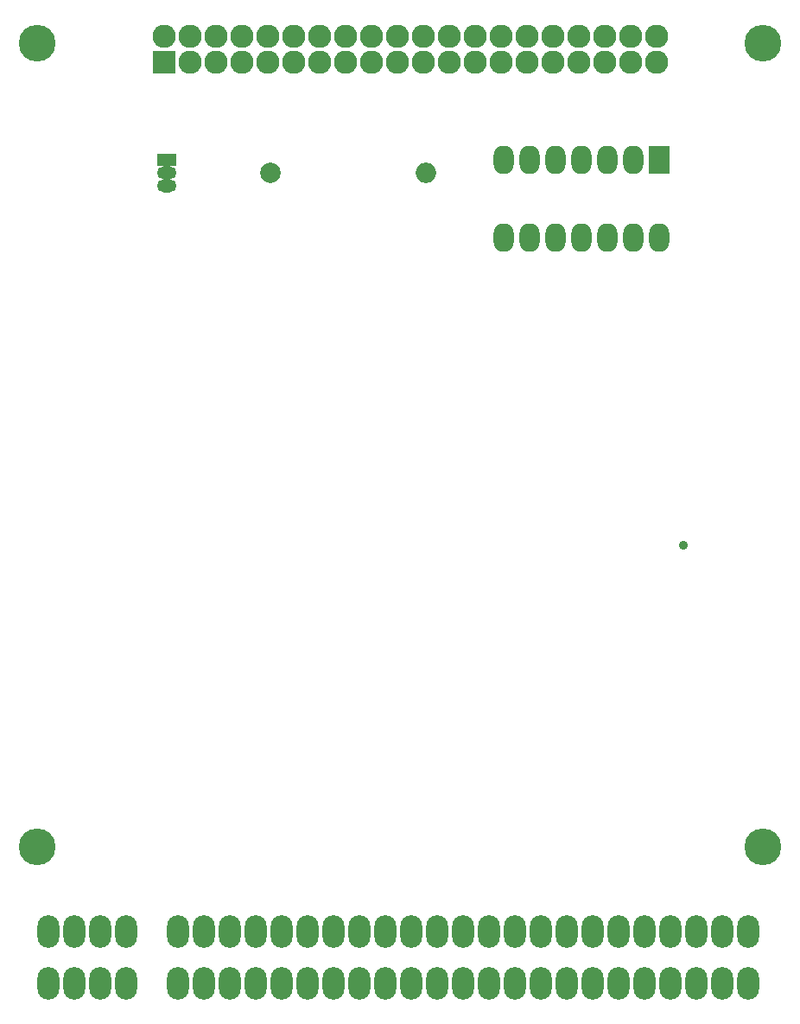
<source format=gts>
G04 #@! TF.FileFunction,Soldermask,Top*
%FSLAX46Y46*%
G04 Gerber Fmt 4.6, Leading zero omitted, Abs format (unit mm)*
G04 Created by KiCad (PCBNEW 4.0.5) date 06/12/17 14:20:53*
%MOMM*%
%LPD*%
G01*
G04 APERTURE LIST*
%ADD10C,0.100000*%
%ADD11O,2.127200X3.200000*%
%ADD12R,2.279600X2.279600*%
%ADD13C,2.279600*%
%ADD14O,1.900000X1.300000*%
%ADD15R,1.900000X1.300000*%
%ADD16C,2.000000*%
%ADD17O,2.000000X2.000000*%
%ADD18R,2.000000X2.800000*%
%ADD19O,2.000000X2.800000*%
%ADD20C,0.880000*%
%ADD21C,3.600000*%
G04 APERTURE END LIST*
D10*
D11*
X176310000Y-136540000D03*
X173770000Y-136540000D03*
X171230000Y-136540000D03*
X168690000Y-136540000D03*
X166150000Y-136540000D03*
X163610000Y-136540000D03*
X161070000Y-136540000D03*
X158530000Y-136540000D03*
X176310000Y-131460000D03*
X173770000Y-131460000D03*
X171230000Y-131460000D03*
X168690000Y-131460000D03*
X166150000Y-131460000D03*
X163610000Y-131460000D03*
X161070000Y-131460000D03*
X158530000Y-131460000D03*
X107730000Y-131460000D03*
X107730000Y-136540000D03*
X110270000Y-131460000D03*
X110270000Y-136540000D03*
X112810000Y-131460000D03*
X112810000Y-136540000D03*
X115350000Y-131460000D03*
X115350000Y-136540000D03*
X120430000Y-131460000D03*
X120430000Y-136540000D03*
X122970000Y-131460000D03*
X122970000Y-136540000D03*
X125510000Y-131460000D03*
X125510000Y-136540000D03*
X128050000Y-131460000D03*
X128050000Y-136540000D03*
X130590000Y-131460000D03*
X130590000Y-136540000D03*
X133130000Y-131460000D03*
X133130000Y-136540000D03*
X135670000Y-131460000D03*
X135670000Y-136540000D03*
X138210000Y-131460000D03*
X138210000Y-136540000D03*
X140750000Y-131460000D03*
X140750000Y-136540000D03*
X143290000Y-131460000D03*
X143290000Y-136540000D03*
X145830000Y-131460000D03*
X145830000Y-136540000D03*
X148370000Y-131460000D03*
X148370000Y-136540000D03*
X150910000Y-131460000D03*
X150910000Y-136540000D03*
X153450000Y-131460000D03*
X153450000Y-136540000D03*
X155990000Y-131460000D03*
X155990000Y-136540000D03*
D12*
X119120000Y-46270000D03*
D13*
X119120000Y-43730000D03*
X121660000Y-46270000D03*
X121660000Y-43730000D03*
X124200000Y-46270000D03*
X124200000Y-43730000D03*
X126740000Y-46270000D03*
X126740000Y-43730000D03*
X129280000Y-46270000D03*
X129280000Y-43730000D03*
X131820000Y-46270000D03*
X131820000Y-43730000D03*
X134360000Y-46270000D03*
X134360000Y-43730000D03*
X136900000Y-46270000D03*
X136900000Y-43730000D03*
X139440000Y-46270000D03*
X139440000Y-43730000D03*
X141980000Y-46270000D03*
X141980000Y-43730000D03*
X144520000Y-46270000D03*
X144520000Y-43730000D03*
X147060000Y-46270000D03*
X147060000Y-43730000D03*
X149600000Y-46270000D03*
X149600000Y-43730000D03*
X152140000Y-46270000D03*
X152140000Y-43730000D03*
X154680000Y-46270000D03*
X154680000Y-43730000D03*
X157220000Y-46270000D03*
X157220000Y-43730000D03*
X159760000Y-46270000D03*
X159760000Y-43730000D03*
X162300000Y-46270000D03*
X162300000Y-43730000D03*
X164840000Y-46270000D03*
X164840000Y-43730000D03*
X167380000Y-46270000D03*
X167380000Y-43730000D03*
D14*
X119380000Y-57150000D03*
X119380000Y-58420000D03*
D15*
X119380000Y-55880000D03*
D16*
X129540000Y-57150000D03*
D17*
X144780000Y-57150000D03*
D18*
X167640000Y-55880000D03*
D19*
X152400000Y-63500000D03*
X165100000Y-55880000D03*
X154940000Y-63500000D03*
X162560000Y-55880000D03*
X157480000Y-63500000D03*
X160020000Y-55880000D03*
X160020000Y-63500000D03*
X157480000Y-55880000D03*
X162560000Y-63500000D03*
X154940000Y-55880000D03*
X165100000Y-63500000D03*
X152400000Y-55880000D03*
X167640000Y-63500000D03*
D20*
X169960000Y-93610000D03*
D21*
X106680000Y-44450000D03*
X177800000Y-44450000D03*
X106680000Y-123190000D03*
X177800000Y-123190000D03*
M02*

</source>
